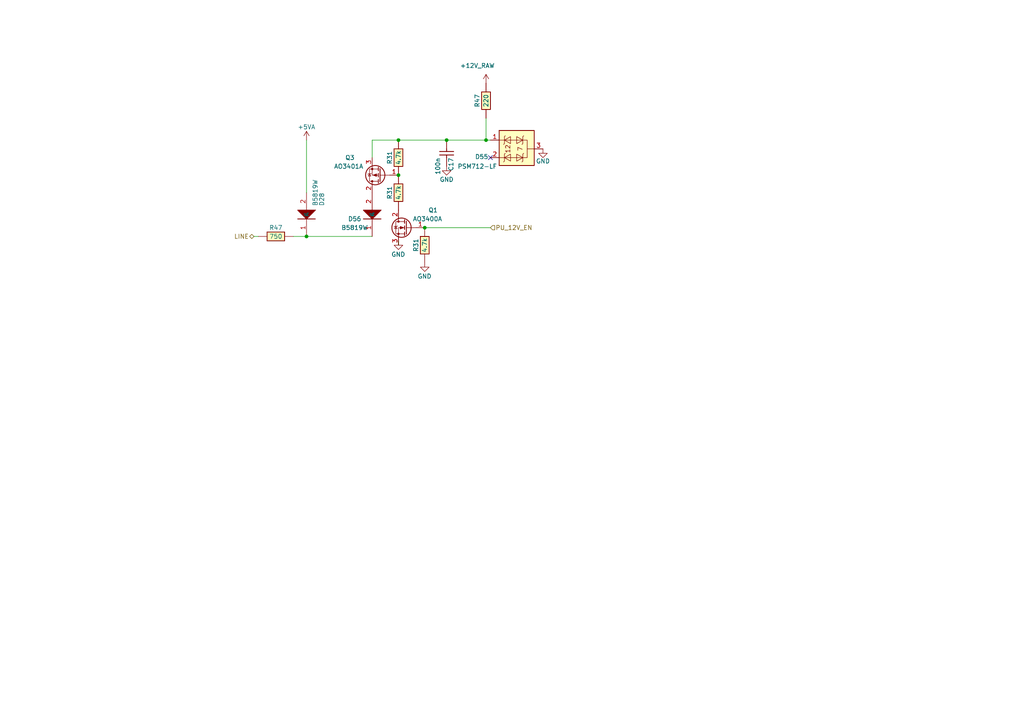
<source format=kicad_sch>
(kicad_sch (version 20230121) (generator eeschema)
  (paper "A4")
  (lib_symbols
    (symbol "MOSFET-P_7" (pin_names hide)
      (property "Reference" "Q" (at 5.207 0.9085 0))
      (property "Value" "MOSFET-P_7" (at 5.207 -1.8666 0))
      (symbol "MOSFET-P_7_0_1"
        (polyline (pts (xy 0.254 0) (xy -2.54 0)))
        (polyline (pts (xy 0.254 1.905) (xy 0.254 -1.905)) (stroke (width 0.254)))
        (polyline (pts (xy 0.762 -1.27) (xy 0.762 -2.286)) (stroke (width 0.254)))
        (polyline (pts (xy 0.762 0.508) (xy 0.762 -0.508)) (stroke (width 0.254)))
        (polyline (pts (xy 0.762 2.286) (xy 0.762 1.27)) (stroke (width 0.254)))
        (polyline (pts (xy 2.54 2.54) (xy 2.54 1.778)))
        (polyline (pts (xy 2.54 -2.54) (xy 2.54 0) (xy 0.762 0)))
        (polyline (pts (xy 0.762 1.778) (xy 3.302 1.778) (xy 3.302 -1.778) (xy 0.762 -1.778)))
        (polyline (pts (xy 2.286 0) (xy 1.27 0.381) (xy 1.27 -0.381) (xy 2.286 0)) (fill (type outline)))
        (polyline (pts (xy 2.794 -0.508) (xy 2.921 -0.381) (xy 3.683 -0.381) (xy 3.81 -0.254)))
        (polyline (pts (xy 3.302 -0.381) (xy 2.921 0.254) (xy 3.683 0.254) (xy 3.302 -0.381)))
        (circle (center 1.651 0) (radius 2.794) (stroke (width 0.254)))
        (circle (center 2.54 -1.778) (radius 0.254) (fill (type outline)))
        (circle (center 2.54 1.778) (radius 0.254) (fill (type outline)))
      )
      (symbol "MOSFET-P_7_1_1"
        (pin input line (at -5.08 0 0) (length 2.54) (name "G") (number "1"))
        (pin passive line (at 2.54 5.08 270) (length 2.54) (name "D") (number "2"))
        (pin passive line (at 2.54 -5.08 90) (length 2.54) (name "S") (number "3"))
      )
    )
    (symbol "hellen-one-common:+12V_RAW" (power) (pin_names (offset 0))
      (property "Value" "+12V_RAW" (at 0 3.556 0))
      (symbol "+12V_RAW_0_1"
        (polyline (pts (xy -0.762 1.27) (xy 0 2.54)))
        (polyline (pts (xy 0 0) (xy 0 2.54)))
        (polyline (pts (xy 0 2.54) (xy 0.762 1.27)))
      )
      (symbol "+12V_RAW_1_1"
        (pin power_in line (at 0 0 90) (length 0) hide (name "+12V_RAW") (number "1"))
      )
    )
    (symbol "hellen-one-common:1N4148WS"
      (property "Reference" "D" (at 0 2.54 0))
      (property "Value" "1N4148WS" (at 0 -3.81 0))
      (symbol "1N4148WS_1_0"
        (polyline (pts (xy 2.54 2.54) (xy 2.54 -2.54)) (stroke (width 0.254)))
        (polyline (pts (xy 0 -2.54) (xy 2.54 0) (xy 0 2.54) (xy 0 -2.54)) (stroke (width 0.254)) (fill (type outline)))
        (pin passive line (at 7.62 0 180) (length 5.08) (name "K") (number "1"))
        (pin passive line (at -5.08 0 0) (length 5.08) (name "A") (number "2"))
      )
    )
    (symbol "hellen-one-common:Cap" (pin_numbers hide)
      (property "Reference" "C" (at -3.81 2.54 0))
      (property "Value" "Cap" (at -2.54 -1.27 0))
      (symbol "Cap_1_0"
        (polyline (pts (xy -1.27 0) (xy -0.508 0)) (stroke (width 0.254)))
        (polyline (pts (xy -0.508 -2.032) (xy -0.508 2.032)) (stroke (width 0.254)))
        (polyline (pts (xy 0.508 2.032) (xy 0.508 -2.032)) (stroke (width 0.254)))
        (polyline (pts (xy 1.27 0) (xy 0.508 0)) (stroke (width 0.254)))
        (pin passive line (at -3.81 0 0) (length 2.54) (name "") (number "1"))
        (pin passive line (at 3.81 0 180) (length 2.54) (name "") (number "2"))
      )
    )
    (symbol "hellen-one-common:MOSFET-N" (pin_names hide)
      (property "Reference" "Q" (at 5.08 6.35 0))
      (property "Value" "MOSFET-N" (at 2.54 3.81 0))
      (symbol "MOSFET-N_0_1"
        (polyline (pts (xy 0.254 0) (xy -2.54 0)))
        (polyline (pts (xy 0.254 1.905) (xy 0.254 -1.905)) (stroke (width 0.254)))
        (polyline (pts (xy 0.762 -1.27) (xy 0.762 -2.286)) (stroke (width 0.254)))
        (polyline (pts (xy 0.762 0.508) (xy 0.762 -0.508)) (stroke (width 0.254)))
        (polyline (pts (xy 0.762 2.286) (xy 0.762 1.27)) (stroke (width 0.254)))
        (polyline (pts (xy 2.54 2.54) (xy 2.54 1.778)))
        (polyline (pts (xy 2.54 -2.54) (xy 2.54 0) (xy 0.762 0)))
        (polyline (pts (xy 0.762 -1.778) (xy 3.302 -1.778) (xy 3.302 1.778) (xy 0.762 1.778)))
        (polyline (pts (xy 1.016 0) (xy 2.032 0.381) (xy 2.032 -0.381) (xy 1.016 0)) (fill (type outline)))
        (polyline (pts (xy 2.794 0.508) (xy 2.921 0.381) (xy 3.683 0.381) (xy 3.81 0.254)))
        (polyline (pts (xy 3.302 0.381) (xy 2.921 -0.254) (xy 3.683 -0.254) (xy 3.302 0.381)))
        (circle (center 1.651 0) (radius 2.794) (stroke (width 0.254)))
        (circle (center 2.54 -1.778) (radius 0.254) (fill (type outline)))
        (circle (center 2.54 1.778) (radius 0.254) (fill (type outline)))
      )
      (symbol "MOSFET-N_1_1"
        (pin input line (at -5.08 0 0) (length 2.54) (name "G") (number "1"))
        (pin passive line (at 2.54 5.08 270) (length 2.54) (name "D") (number "2"))
        (pin passive line (at 2.54 -5.08 90) (length 2.54) (name "S") (number "3"))
      )
    )
    (symbol "hellen-one-common:PSM712"
      (property "Reference" "D?" (at 3.302 0.9085 0))
      (property "Value" "PSM712" (at 3.302 -1.8666 0))
      (symbol "PSM712_0_0"
        (text "12" (at -2.286 2.54 0) (effects (font (size 1.27 1.27))))
        (text "7" (at -2.286 -1.016 0) (effects (font (size 1.27 1.27))))
      )
      (symbol "PSM712_0_1"
        (rectangle (start -7.62 5.08) (end 2.54 -5.08) (stroke (width 0.254)) (fill (type background)))
        (polyline (pts (xy -4.826 5.08) (xy -4.826 -3.048) (xy -2.286 -3.048)) (stroke (width 0.1524)))
        (polyline (pts (xy -6.096 3.302) (xy -5.842 3.556) (xy -3.81 3.556) (xy -3.556 3.81)) (stroke (width 0.1524)))
        (polyline (pts (xy -4.826 -1.778) (xy -3.81 0) (xy -5.842 0) (xy -4.826 -1.778)) (stroke (width 0.1524)))
        (polyline (pts (xy -4.826 3.556) (xy -5.842 1.778) (xy -3.81 1.778) (xy -4.826 3.556)) (stroke (width 0.1524)))
        (polyline (pts (xy -3.556 -1.524) (xy -3.81 -1.778) (xy -5.842 -1.778) (xy -6.096 -2.032)) (stroke (width 0.1524)))
        (polyline (pts (xy -1.016 3.302) (xy -0.762 3.556) (xy 1.27 3.556) (xy 1.524 3.81)) (stroke (width 0.1524)))
        (polyline (pts (xy 0.254 -1.778) (xy 1.27 0) (xy -0.762 0) (xy 0.254 -1.778)) (stroke (width 0.1524)))
        (polyline (pts (xy 0.254 3.556) (xy -0.762 1.778) (xy 1.27 1.778) (xy 0.254 3.556)) (stroke (width 0.1524)))
        (polyline (pts (xy 0.254 5.08) (xy 0.254 -3.048) (xy -2.286 -3.048) (xy -2.286 -5.08)) (stroke (width 0.1524)))
        (polyline (pts (xy 1.524 -1.524) (xy 1.27 -1.778) (xy -0.762 -1.778) (xy -1.016 -2.032)) (stroke (width 0.1524)))
      )
      (symbol "PSM712_1_1"
        (pin passive line (at -4.826 7.62 270) (length 2.54) (name "") (number "1"))
        (pin passive line (at 0.254 7.62 270) (length 2.54) (name "") (number "2"))
        (pin passive line (at -2.286 -7.62 90) (length 2.54) (name "") (number "3"))
      )
    )
    (symbol "hellen-one-common:Res" (pin_numbers hide)
      (property "Reference" "R" (at 3.81 2.54 0))
      (property "Value" "Res" (at 5.08 -2.54 0))
      (symbol "Res_1_0"
        (rectangle (start 2.54 -1.27) (end 7.62 1.27) (stroke (width 0.254)) (fill (type background)))
        (pin passive line (at 0 0 0) (length 2.54) (name "") (number "1"))
        (pin passive line (at 10.16 0 180) (length 2.54) (name "") (number "2"))
      )
    )
    (symbol "power:+5VA" (power) (pin_names (offset 0))
      (property "Value" "+5VA" (at 0 3.556 0))
      (symbol "+5VA_0_1"
        (polyline (pts (xy -0.762 1.27) (xy 0 2.54)))
        (polyline (pts (xy 0 0) (xy 0 2.54)))
        (polyline (pts (xy 0 2.54) (xy 0.762 1.27)))
      )
      (symbol "+5VA_1_1"
        (pin power_in line (at 0 0 90) (length 0) hide (name "+5VA") (number "1"))
      )
    )
    (symbol "power:GND" (power) (pin_names (offset 0))
      (property "Value" "GND" (at 0 -3.81 0))
      (symbol "GND_0_1"
        (polyline (pts (xy 0 0) (xy 0 -1.27) (xy 1.27 -1.27) (xy 0 -2.54) (xy -1.27 -1.27) (xy 0 -1.27)))
      )
      (symbol "GND_1_1"
        (pin power_in line (at 0 0 270) (length 0) hide (name "GND") (number "1"))
      )
    )
  )
  (junction (at 115.57 50.8))
  (junction (at 88.9 68.58))
  (junction (at 140.97 40.64))
  (junction (at 115.57 40.64))
  (junction (at 123.19 66.04))
  (junction (at 129.54 40.64))
  (no_connect (at 142.24 45.72))
  (wire (pts (xy 140.97 40.64) (xy 129.54 40.64)))
  (wire (pts (xy 107.95 45.72) (xy 107.95 40.64)))
  (wire (pts (xy 88.9 40.64) (xy 88.9 55.88)))
  (wire (pts (xy 140.97 34.29) (xy 140.97 40.64)))
  (wire (pts (xy 85.09 68.58) (xy 88.9 68.58)))
  (wire (pts (xy 142.24 66.04) (xy 123.19 66.04)))
  (wire (pts (xy 73.66 68.58) (xy 74.93 68.58)))
  (wire (pts (xy 142.24 40.64) (xy 140.97 40.64)))
  (wire (pts (xy 107.95 68.58) (xy 88.9 68.58)))
  (wire (pts (xy 129.54 40.64) (xy 115.57 40.64)))
  (wire (pts (xy 107.95 40.64) (xy 115.57 40.64)))
  (wire (pts (xy 115.57 71.12) (xy 115.57 69.85)))
  (hierarchical_label "PU_12V_EN" (shape input) (at 142.24 66.04 0))
  (hierarchical_label "LINE" (shape bidirectional) (at 73.66 68.58 180))
  (symbol (lib_id "hellen-one-common:Res") (at 115.57 60.96 270) (mirror x) (unit 1)
    (property "Reference" "R31" (at 113.03 55.88 0))
    (property "Value" "4.7k" (at 115.57 55.88 0))
    (property "Footprint" "hellen-one-common:R0603" (effects hide))
    (property "LCSC" "C23162" (effects hide))
    (instances (project "alphax_8ch" (path "" (reference "R31") (unit 1)) (path "" (reference "R62") (unit 1))))
  )
  (symbol (lib_id "hellen-one-common:1N4148WS") (at 107.95 60.96 90) (mirror x) (unit 1)
    (property "Reference" "D56" (at 102.87 63.5 90))
    (property "Value" "B5819W" (at 102.87 66.04 90))
    (property "Footprint" "hellen-one-common:SOD-123" (effects hide))
    (property "LCSC" "C8598" (effects hide))
    (instances (project "alphax_8ch" (path "" (reference "D56") (unit 1)) (path "" (reference "D87") (unit 1))))
  )
  (symbol (lib_id "power:GND") (at 123.19 76.2 0) (mirror y) (unit 1)
    (property "Reference" "#PWR025" (effects hide))
    (property "Value" "GND" (at 123.1392 80.1434 0))
    (instances (project "alphax_8ch" (path "" (reference "#PWR025") (unit 1)) (path "" (reference "#PWR0148") (unit 1))))
  )
  (symbol (lib_id "hellen-one-common:Cap") (at 129.54 44.45 90) (unit 1)
    (property "Reference" "C17" (at 130.81 45.72 0) (effects (justify right)))
    (property "Value" "100n" (at 127 45.72 0) (effects (justify right)))
    (property "Footprint" "hellen-one-common:C0603" (effects hide))
    (property "LCSC" "C14663" (effects hide))
    (instances (project "alphax_8ch" (path "" (reference "C17") (unit 1)) (path "" (reference "C11") (unit 1))))
  )
  (symbol (lib_id "hellen-one-common:PSM712") (at 149.86 45.466 90) (mirror x) (unit 1)
    (property "Reference" "D55" (at 139.7 45.466 90))
    (property "Value" "PSM712-LF" (at 138.43 48.26 90))
    (property "Footprint" "hellen-one-common:SOT-23" (effects hide))
    (property "Datasheet" "https://datasheet.lcsc.com/lcsc/1811061632_ProTek-Devices-PSM712-LF-T7_C32677.pdf" (effects hide))
    (property "LCSC" "C32677" (effects hide))
    (instances (project "alphax_8ch" (path "" (reference "D55") (unit 1)) (path "" (reference "D88") (unit 1))))
  )
  (symbol (lib_name "MOSFET-P_7") (lib_id "hellen-one-common:MOSFET-P") (at 110.49 50.8 180) (unit 1)
    (property "Reference" "Q3" (at 102.87 45.72 0) (effects (justify left)))
    (property "Value" "AO3401A" (at 105.41 48.26 0) (effects (justify left)))
    (property "Footprint" "hellen-one-common:SOT-23" (effects hide))
    (property "Datasheet" "https://datasheet.lcsc.com/lcsc/1810171817_Alpha-&-Omega-Semicon-AO3401A_C15127.pdf" (effects hide))
    (property "LCSC" "C15127" (effects hide))
    (instances (project "alphax_8ch" (path "" (reference "Q3") (unit 1)) (path "" (reference "Q21") (unit 1))))
  )
  (symbol (lib_id "power:+5VA") (at 88.9 40.64 0) (mirror y) (unit 1)
    (property "Reference" "#PWR067" (effects hide))
    (property "Value" "+5VA" (at 88.9 36.83 0))
    (instances (project "alphax_8ch" (path "" (reference "#PWR067") (unit 1)) (path "" (reference "#PWR0146") (unit 1))))
  )
  (symbol (lib_id "hellen-one-common:Res") (at 115.57 50.8 270) (mirror x) (unit 1)
    (property "Reference" "R31" (at 113.03 45.72 0))
    (property "Value" "4.7k" (at 115.57 45.72 0))
    (property "Footprint" "hellen-one-common:R0603" (effects hide))
    (property "LCSC" "C23162" (effects hide))
    (instances (project "alphax_8ch" (path "" (reference "R31") (unit 1)) (path "" (reference "R61") (unit 1))))
  )
  (symbol (lib_id "hellen-one-common:MOSFET-N") (at 118.11 66.04 0) (mirror y) (unit 1)
    (property "Reference" "Q1" (at 127 60.96 0) (effects (justify left)))
    (property "Value" "AO3400A" (at 128.27 63.5 0) (effects (justify left)))
    (property "Footprint" "hellen-one-common:SOT-23" (effects hide))
    (property "LCSC" " C20917" (effects hide))
    (instances (project "alphax_8ch" (path "" (reference "Q1") (unit 1)) (path "" (reference "Q22") (unit 1))))
  )
  (symbol (lib_id "hellen-one-common:Res") (at 140.97 34.29 90) (unit 1)
    (property "Reference" "R47" (at 138.43 29.21 0))
    (property "Value" "220" (at 140.97 29.21 0))
    (property "Footprint" "hellen-one-common:R0805" (effects hide))
    (property "LCSC" "C17557" (effects hide))
    (instances (project "alphax_8ch" (path "" (reference "R47") (unit 1)) (path "" (reference "R64") (unit 1))))
  )
  (symbol (lib_id "hellen-one-common:Res") (at 123.19 76.2 270) (mirror x) (unit 1)
    (property "Reference" "R31" (at 120.65 71.12 0))
    (property "Value" "4.7k" (at 123.19 71.12 0))
    (property "Footprint" "hellen-one-common:R0603" (effects hide))
    (property "LCSC" "C23162" (effects hide))
    (instances (project "alphax_8ch" (path "" (reference "R31") (unit 1)) (path "" (reference "R63") (unit 1))))
  )
  (symbol (lib_id "power:GND") (at 157.48 43.18 0) (mirror y) (unit 1)
    (property "Reference" "#PWR039" (effects hide))
    (property "Value" "GND" (at 157.48 46.736 0))
    (instances (project "alphax_8ch" (path "" (reference "#PWR039") (unit 1)) (path "" (reference "#PWR0151") (unit 1))))
  )
  (symbol (lib_id "power:GND") (at 115.57 69.85 0) (mirror y) (unit 1)
    (property "Reference" "#PWR025" (effects hide))
    (property "Value" "GND" (at 115.5192 73.7934 0))
    (instances (project "alphax_8ch" (path "" (reference "#PWR025") (unit 1)) (path "" (reference "#PWR0147") (unit 1))))
  )
  (symbol (lib_id "hellen-one-common:Res") (at 85.09 68.58 180) (unit 1)
    (property "Reference" "R47" (at 80.01 66.04 0))
    (property "Value" "750" (at 80.01 68.58 0))
    (property "Footprint" "hellen-one-common:R0805" (effects hide))
    (property "LCSC" "C17818" (effects hide))
    (instances (project "alphax_8ch" (path "" (reference "R47") (unit 1)) (path "" (reference "R60") (unit 1))))
  )
  (symbol (lib_id "power:GND") (at 129.54 48.26 0) (unit 1)
    (property "Reference" "#PWR070" (effects hide))
    (property "Value" "GND" (at 129.54 52.07 0))
    (instances (project "alphax_8ch" (path "" (reference "#PWR070") (unit 1)) (path "" (reference "#PWR0149") (unit 1))))
  )
  (symbol (lib_id "hellen-one-common:1N4148WS") (at 88.9 60.96 90) (mirror x) (unit 1)
    (property "Reference" "D28" (at 93.3357 57.8251 0))
    (property "Value" "B5819W" (at 91.44 55.88 0))
    (property "Footprint" "hellen-one-common:SOD-123" (effects hide))
    (property "LCSC" "C8598" (effects hide))
    (instances (project "alphax_8ch" (path "" (reference "D28") (unit 1)) (path "" (reference "D86") (unit 1))))
  )
  (symbol (lib_id "hellen-one-common:+12V_RAW") (at 140.97 24.13 0) (mirror y) (unit 1)
    (property "Reference" "#PWR038" (effects hide))
    (property "Value" "+12V_RAW" (at 143.51 19.05 0) (effects (justify left)))
    (instances (project "alphax_8ch" (path "" (reference "#PWR038") (unit 1)) (path "" (reference "#PWR0150") (unit 1))))
  )
)
</source>
